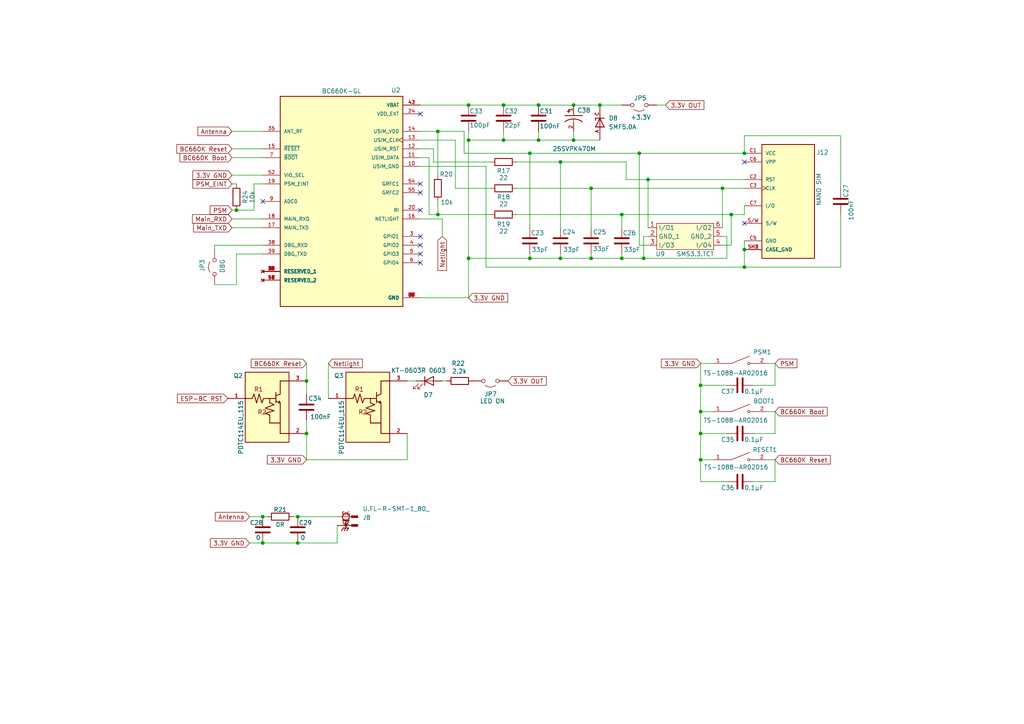
<source format=kicad_sch>
(kicad_sch (version 20250114) (generator "eeschema") (generator_version "9.0")
  (paper "A4")
  (title_block (title "Daniel Kluka Weather Station - DKWS") (date "2025-05-27") (rev "4") (company "Brno University of Technology") (comment 1 "Faculty of Eelectrical Engineering") (comment 2 "Department of Telecommunications") (comment 3 "Meteo Telcorain") (comment 4 "Bc. Daniel Kluka"))
  (lib_symbols
    (symbol "25SVPK470M:25SVPK470M" (pin_names (offset 1.016))
      (property "Reference" "C" (at -2.54 3.81 0))
      (property "Value" "25SVPK470M" (at -2.54 -5.08 0))
      (symbol "25SVPK470M_0_0"
        (rectangle (start -1.173 -1.532) (end -0.284 -1.405) (stroke (width 0.1)) (fill (type outline)))
        (rectangle (start -0.792 -1.913) (end -0.665 -1.024) (stroke (width 0.1)) (fill (type outline)))
        (polyline (pts (xy 0 0) (xy 0.508 0)) (stroke (width 0.1524)))
        (polyline (pts (xy 0.508 2.54) (xy 0.508 0)) (stroke (width 0.254)))
        (polyline (pts (xy 0.508 0) (xy 0.508 -2.54)) (stroke (width 0.254)))
        (polyline (pts (xy 2.54 0) (xy 1.524 0)) (stroke (width 0.1524)))
        (arc (start 2.286 -2.54) (mid 1.4851 0) (end 2.286 2.54) (stroke (width 0.254)))
        (pin passive line (at -2.54 0 0) (length 2.54) (name "~") (number "1"))
        (pin passive line (at 5.08 0 180) (length 2.54) (name "~") (number "2"))
      )
    )
    (symbol "BC660K-GL:BC660K-GL" (pin_names (offset 1.016))
      (property "Reference" "U" (at -17.78 31.242 0))
      (property "Value" "BC660K-GL" (at -17.78 -33.02 0))
      (symbol "BC660K-GL_0_0"
        (rectangle (start -17.78 -30.48) (end 17.78 30.48) (stroke (width 0.254)) (fill (type background)))
        (pin bidirectional line (at -22.86 20.32 0) (length 5.08) (name "ANT_RF") (number "35"))
        (pin input line (at -22.86 15.24 0) (length 5.08) (name "~{RESET}") (number "15"))
        (pin input line (at -22.86 12.7 0) (length 5.08) (name "~{BOOT}") (number "7"))
        (pin input line (at -22.86 7.62 0) (length 5.08) (name "VIO_SEL") (number "52"))
        (pin input line (at -22.86 5.08 0) (length 5.08) (name "PSM_EINT") (number "19"))
        (pin input line (at -22.86 0 0) (length 5.08) (name "ADC0") (number "9"))
        (pin input line (at -22.86 -5.08 0) (length 5.08) (name "MAIN_RXD") (number "18"))
        (pin output line (at -22.86 -7.62 0) (length 5.08) (name "MAIN_TXD") (number "17"))
        (pin input line (at -22.86 -12.7 0) (length 5.08) (name "DBG_RXD") (number "38"))
        (pin output line (at -22.86 -15.24 0) (length 5.08) (name "DBG_TXD") (number "39"))
        (pin no_connect line (at -22.86 -20.32 0) (length 5.08) (name "RESERVED_1") (number "2"))
        (pin no_connect line (at -22.86 -20.32 0) (length 5.08) (name "RESERVED_1") (number "21"))
        (pin no_connect line (at -22.86 -20.32 0) (length 5.08) (name "RESERVED_1") (number "22"))
        (pin no_connect line (at -22.86 -20.32 0) (length 5.08) (name "RESERVED_1") (number "23"))
        (pin no_connect line (at -22.86 -20.32 0) (length 5.08) (name "RESERVED_1") (number "25"))
        (pin no_connect line (at -22.86 -20.32 0) (length 5.08) (name "RESERVED_1") (number "26"))
        (pin no_connect line (at -22.86 -20.32 0) (length 5.08) (name "RESERVED_1") (number "28"))
        (pin no_connect line (at -22.86 -20.32 0) (length 5.08) (name "RESERVED_1") (number "29"))
        (pin no_connect line (at -22.86 -20.32 0) (length 5.08) (name "RESERVED_1") (number "30"))
        (pin no_connect line (at -22.86 -20.32 0) (length 5.08) (name "RESERVED_1") (number "31"))
        (pin no_connect line (at -22.86 -20.32 0) (length 5.08) (name "RESERVED_1") (number "32"))
        (pin no_connect line (at -22.86 -20.32 0) (length 5.08) (name "RESERVED_1") (number "33"))
        (pin no_connect line (at -22.86 -20.32 0) (length 5.08) (name "RESERVED_1") (number "44"))
        (pin no_connect line (at -22.86 -20.32 0) (length 5.08) (name "RESERVED_1") (number "45"))
        (pin no_connect line (at -22.86 -20.32 0) (length 5.08) (name "RESERVED_1") (number "8"))
        (pin no_connect line (at -22.86 -22.86 0) (length 5.08) (name "RESERVED_2") (number "46"))
        (pin no_connect line (at -22.86 -22.86 0) (length 5.08) (name "RESERVED_2") (number "47"))
        (pin no_connect line (at -22.86 -22.86 0) (length 5.08) (name "RESERVED_2") (number "48"))
        (pin no_connect line (at -22.86 -22.86 0) (length 5.08) (name "RESERVED_2") (number "49"))
        (pin no_connect line (at -22.86 -22.86 0) (length 5.08) (name "RESERVED_2") (number "50"))
        (pin no_connect line (at -22.86 -22.86 0) (length 5.08) (name "RESERVED_2") (number "51"))
        (pin no_connect line (at -22.86 -22.86 0) (length 5.08) (name "RESERVED_2") (number "53"))
        (pin power_in line (at 22.86 27.94 180) (length 5.08) (name "VBAT") (number "42"))
        (pin power_in line (at 22.86 27.94 180) (length 5.08) (name "VBAT") (number "43"))
        (pin power_in line (at 22.86 25.4 180) (length 5.08) (name "VDD_EXT") (number "24"))
        (pin power_in line (at 22.86 20.32 180) (length 5.08) (name "USIM_VDD") (number "14"))
        (pin output clock (at 22.86 17.78 180) (length 5.08) (name "USIM_CLK") (number "13"))
        (pin output line (at 22.86 15.24 180) (length 5.08) (name "USIM_RST") (number "12"))
        (pin bidirectional line (at 22.86 12.7 180) (length 5.08) (name "USIM_DATA") (number "11"))
        (pin power_in line (at 22.86 10.16 180) (length 5.08) (name "USIM_GND") (number "10"))
        (pin output line (at 22.86 5.08 180) (length 5.08) (name "GRFC1") (number "54"))
        (pin output line (at 22.86 2.54 180) (length 5.08) (name "GRFC2") (number "55"))
        (pin output line (at 22.86 -2.54 180) (length 5.08) (name "RI") (number "20"))
        (pin output line (at 22.86 -5.08 180) (length 5.08) (name "NETLIGHT") (number "16"))
        (pin bidirectional line (at 22.86 -10.16 180) (length 5.08) (name "GPIO1") (number "3"))
        (pin bidirectional line (at 22.86 -12.7 180) (length 5.08) (name "GPIO2") (number "4"))
        (pin bidirectional line (at 22.86 -15.24 180) (length 5.08) (name "GPIO3") (number "5"))
        (pin bidirectional line (at 22.86 -17.78 180) (length 5.08) (name "GPIO4") (number "6"))
        (pin power_in line (at 22.86 -27.94 180) (length 5.08) (name "GND") (number "1"))
        (pin power_in line (at 22.86 -27.94 180) (length 5.08) (name "GND") (number "27"))
        (pin power_in line (at 22.86 -27.94 180) (length 5.08) (name "GND") (number "34"))
        (pin power_in line (at 22.86 -27.94 180) (length 5.08) (name "GND") (number "36"))
        (pin power_in line (at 22.86 -27.94 180) (length 5.08) (name "GND") (number "37"))
        (pin power_in line (at 22.86 -27.94 180) (length 5.08) (name "GND") (number "40"))
        (pin power_in line (at 22.86 -27.94 180) (length 5.08) (name "GND") (number "41"))
        (pin power_in line (at 22.86 -27.94 180) (length 5.08) (name "GND") (number "56"))
        (pin power_in line (at 22.86 -27.94 180) (length 5.08) (name "GND") (number "57"))
        (pin power_in line (at 22.86 -27.94 180) (length 5.08) (name "GND") (number "58"))
      )
    )
    (symbol "DanielKluka:SMS3.3.TCT"
      (property "Reference" "U9" (at 5.842 2.286 0))
      (property "Value" "SMS3.3.TCT" (at 5.842 0 0))
      (symbol "SMS3.3.TCT_0_1"
        (rectangle (start -2.54 -1.27) (end 13.97 -8.89) (fill (type color) (color 255 253 203 1)))
      )
      (symbol "SMS3.3.TCT_1_1"
        (pin bidirectional line (at -5.08 -2.54 0) (length 2.54) (name "I/O1") (number "1"))
        (pin power_in line (at -5.08 -5.08 0) (length 2.54) (name "GND_1") (number "2"))
        (pin bidirectional line (at -5.08 -7.62 0) (length 2.54) (name "I/O3") (number "3"))
        (pin bidirectional line (at 16.51 -2.54 180) (length 2.54) (name "I/O2") (number "6"))
        (pin power_in line (at 16.51 -5.08 180) (length 2.54) (name "GND_2") (number "5"))
        (pin bidirectional line (at 16.51 -7.62 180) (length 2.54) (name "I/O4") (number "4"))
      )
    )
    (symbol "Device:C" (pin_numbers (hide yes)) (pin_names (offset 0.254))
      (property "Reference" "C" (at 0.635 2.54 0))
      (property "Value" "C" (at 0.635 -2.54 0))
      (symbol "C_0_1"
        (polyline (pts (xy -2.032 0.762) (xy 2.032 0.762)) (stroke (width 0.508)))
        (polyline (pts (xy -2.032 -0.762) (xy 2.032 -0.762)) (stroke (width 0.508)))
      )
      (symbol "C_1_1"
        (pin passive line (at 0 3.81 270) (length 2.794) (name "~") (number "1"))
        (pin passive line (at 0 -3.81 90) (length 2.794) (name "~") (number "2"))
      )
    )
    (symbol "Device:LED" (pin_numbers (hide yes)) (pin_names (offset 1.016) (hide yes))
      (property "Reference" "D" (at 0 2.54 0))
      (property "Value" "LED" (at 0 -2.54 0))
      (symbol "LED_0_1"
        (polyline (pts (xy -3.048 -0.762) (xy -4.572 -2.286) (xy -3.81 -2.286) (xy -4.572 -2.286) (xy -4.572 -1.524)))
        (polyline (pts (xy -1.778 -0.762) (xy -3.302 -2.286) (xy -2.54 -2.286) (xy -3.302 -2.286) (xy -3.302 -1.524)))
        (polyline (pts (xy -1.27 0) (xy 1.27 0)))
        (polyline (pts (xy -1.27 -1.27) (xy -1.27 1.27)) (stroke (width 0.254)))
        (polyline (pts (xy 1.27 -1.27) (xy 1.27 1.27) (xy -1.27 0) (xy 1.27 -1.27)) (stroke (width 0.254)))
      )
      (symbol "LED_1_1"
        (pin passive line (at -3.81 0 0) (length 2.54) (name "K") (number "1"))
        (pin passive line (at 3.81 0 180) (length 2.54) (name "A") (number "2"))
      )
    )
    (symbol "Device:R" (pin_numbers (hide yes)) (pin_names (offset 0))
      (property "Reference" "R" (at 2.032 0 90))
      (property "Value" "R" (at 0 0 90))
      (symbol "R_0_1"
        (rectangle (start -1.016 -2.54) (end 1.016 2.54) (stroke (width 0.254)))
      )
      (symbol "R_1_1"
        (pin passive line (at 0 3.81 270) (length 1.27) (name "~") (number "1"))
        (pin passive line (at 0 -3.81 90) (length 1.27) (name "~") (number "2"))
      )
    )
    (symbol "Jumper:Jumper_2_Open" (pin_numbers (hide yes)) (pin_names (offset 0) (hide yes)) (exclude_from_sim yes)
      (property "Reference" "JP" (at 0 2.794 0))
      (property "Value" "Jumper_2_Open" (at 0 -2.286 0))
      (symbol "Jumper_2_Open_0_0"
        (circle (center -2.032 0) (radius 0.508))
        (circle (center 2.032 0) (radius 0.508))
      )
      (symbol "Jumper_2_Open_0_1"
        (arc (start -1.524 1.27) (mid 0 1.778) (end 1.524 1.27))
      )
      (symbol "Jumper_2_Open_1_1"
        (pin passive line (at -5.08 0 0) (length 2.54) (name "A") (number "1"))
        (pin passive line (at 5.08 0 180) (length 2.54) (name "B") (number "2"))
      )
    )
    (symbol "NSIM-2-C:NSIM-2-C" (pin_names (offset 1.016))
      (property "Reference" "J" (at -7.62 16.002 0))
      (property "Value" "NSIM-2-C" (at -7.62 -20.066 0))
      (symbol "NSIM-2-C_0_0"
        (rectangle (start -7.62 -17.78) (end 7.62 15.24) (stroke (width 0.254)) (fill (type background)))
        (pin power_in line (at -12.7 12.7 0) (length 5.08) (name "VCC") (number "C1"))
        (pin power_in line (at -12.7 10.16 0) (length 5.08) (name "VPP") (number "C6"))
        (pin input line (at -12.7 5.08 0) (length 5.08) (name "RST") (number "C2"))
        (pin input clock (at -12.7 2.54 0) (length 5.08) (name "CLK") (number "C3"))
        (pin bidirectional line (at -12.7 -2.54 0) (length 5.08) (name "I/O") (number "C7"))
        (pin passive line (at -12.7 -7.62 0) (length 5.08) (name "S/W") (number "S/W"))
        (pin power_in line (at -12.7 -12.7 0) (length 5.08) (name "GND") (number "C5"))
        (pin power_in line (at -12.7 -15.24 0) (length 5.08) (name "CASE_GND") (number "SH1"))
        (pin power_in line (at -12.7 -15.24 0) (length 5.08) (name "CASE_GND") (number "SH2"))
        (pin power_in line (at -12.7 -15.24 0) (length 5.08) (name "CASE_GND") (number "SH3"))
      )
    )
    (symbol "PDTC114EU_115:PDTC114EU_115" (pin_names (offset 1.016))
      (property "Reference" "Q" (at -7.6255 10.6757 0))
      (property "Value" "PDTC114EU_115" (at -7.6272 -13.2204 0))
      (symbol "PDTC114EU_115_0_0"
        (rectangle (start -7.62 -10.16) (end 5.08 10.16) (stroke (width 0.254)) (fill (type background)))
        (polyline (pts (xy -5.588 2.54) (xy -7.62 2.54)) (stroke (width 0.254)))
        (polyline (pts (xy -5.588 2.54) (xy -5.08 3.81)) (stroke (width 0.254)))
        (polyline (pts (xy -5.08 3.81) (xy -4.318 1.27)) (stroke (width 0.254)))
        (polyline (pts (xy -4.318 1.27) (xy -3.556 3.81)) (stroke (width 0.254)))
        (polyline (pts (xy -3.556 3.81) (xy -2.794 1.27)) (stroke (width 0.254)))
        (polyline (pts (xy -2.794 1.27) (xy -2.286 2.54)) (stroke (width 0.254)))
        (polyline (pts (xy -2.286 2.54) (xy -0.508 2.54)) (stroke (width 0.254)))
        (polyline (pts (xy -1.778 -0.254) (xy 0.762 -1.016)) (stroke (width 0.254)))
        (polyline (pts (xy -1.778 -1.778) (xy -0.508 -2.286)) (stroke (width 0.254)))
        (polyline (pts (xy -0.508 2.54) (xy -0.508 1.27)) (stroke (width 0.254)))
        (polyline (pts (xy -0.508 2.54) (xy 1.27 2.54)) (stroke (width 0.254)))
        (polyline (pts (xy -0.508 1.27) (xy 0.762 0.762)) (stroke (width 0.254)))
        (polyline (pts (xy -0.508 -2.286) (xy -0.508 -4.572)) (stroke (width 0.254)))
        (polyline (pts (xy -0.508 -4.572) (xy 2.54 -4.572)) (stroke (width 0.254)))
        (polyline (pts (xy 0.762 0.762) (xy -1.778 -0.254)) (stroke (width 0.254)))
        (polyline (pts (xy 0.762 -1.016) (xy -1.778 -1.778)) (stroke (width 0.254)))
        (polyline (pts (xy 1.27 3.302) (xy 1.27 4.318)) (stroke (width 0.254)))
        (polyline (pts (xy 1.27 3.302) (xy 2.54 3.81)) (stroke (width 0.254)))
        (polyline (pts (xy 1.27 2.54) (xy 1.27 3.302)) (stroke (width 0.254)))
        (polyline (pts (xy 1.27 2.54) (xy 1.27 1.778)) (stroke (width 0.254)))
        (polyline (pts (xy 1.27 1.778) (xy 1.27 1.27)) (stroke (width 0.254)))
        (polyline (pts (xy 1.27 1.778) (xy 2.54 1.27)) (stroke (width 0.254)))
        (polyline (pts (xy 2.032 1.27) (xy 2.54 1.27)) (stroke (width 0.254)))
        (polyline (pts (xy 2.286 1.778) (xy 2.032 1.27)) (stroke (width 0.254)))
        (polyline (pts (xy 2.54 7.62) (xy 5.08 7.62)) (stroke (width 0.254)))
        (polyline (pts (xy 2.54 3.81) (xy 2.54 7.62)) (stroke (width 0.254)))
        (polyline (pts (xy 2.54 1.27) (xy 2.286 1.778)) (stroke (width 0.254)))
        (polyline (pts (xy 2.54 1.27) (xy 2.54 -4.572)) (stroke (width 0.254)))
        (polyline (pts (xy 2.54 -4.572) (xy 2.54 -7.62)) (stroke (width 0.254)))
        (polyline (pts (xy 2.54 -7.62) (xy 5.08 -7.62)) (stroke (width 0.254)))
        (text "R1" (at -5.0856 4.4499 0) (effects (font (size 1.2714 1.2714)) (justify left bottom)))
        (text "R2" (at -4.0643 -2.1592 0) (effects (font (size 1.2701 1.2701)) (justify left bottom)))
        (pin input line (at -12.7 2.54 0) (length 5.08) (name "~") (number "1"))
        (pin output line (at 10.16 7.62 180) (length 5.08) (name "~") (number "3"))
        (pin power_in line (at 10.16 -7.62 180) (length 5.08) (name "~") (number "2"))
      )
    )
    (symbol "SMF5A:SMF5.0A" (pin_names (offset 1.016))
      (property "Reference" "D" (at -5.0835 2.4159 0))
      (property "Value" "SMF5.0A" (at -5.0854 -4.9611 0))
      (symbol "SMF5.0A_0_0"
        (polyline (pts (xy -1.27 0) (xy -1.27 1.27)) (stroke (width 0.254)))
        (polyline (pts (xy -1.27 0) (xy 1.27 -1.27)) (stroke (width 0.254)))
        (polyline (pts (xy -1.27 -1.27) (xy -1.27 0)) (stroke (width 0.254)))
        (polyline (pts (xy -0.635 -1.27) (xy -1.27 -1.27)) (stroke (width 0.254)))
        (polyline (pts (xy 1.27 1.27) (xy -1.27 0)) (stroke (width 0.254)))
        (polyline (pts (xy 1.27 -1.27) (xy 1.27 1.27)) (stroke (width 0.254)))
        (pin passive line (at -5.08 0 0) (length 5.08) (name "~") (number "C"))
        (pin passive line (at 5.08 0 180) (length 5.08) (name "~") (number "A"))
      )
    )
    (symbol "TS-1088-AR02016:TS-1088-AR02016" (pin_names (offset 1.016))
      (property "Reference" "S" (at -2.54 2.54 0))
      (property "Value" "TS-1088-AR02016" (at -2.54 -2.54 0))
      (symbol "TS-1088-AR02016_0_0"
        (polyline (pts (xy -2.54 0) (xy -5.08 0)) (stroke (width 0.1524)))
        (polyline (pts (xy -2.54 0) (xy 2.794 2.1336)) (stroke (width 0.1524)))
        (circle (center 2.54 0) (radius 0.3302) (stroke (width 0.1524)))
        (polyline (pts (xy 5.08 0) (xy 2.921 0)) (stroke (width 0.1524)))
        (pin passive line (at -7.62 0 0) (length 2.54) (name "~") (number "1"))
        (pin passive line (at 7.62 0 180) (length 2.54) (name "~") (number "2"))
      )
    )
    (symbol "ufl_v2:U.FL-R-SMT-1_80_" (pin_names (offset 1.016))
      (property "Reference" "J" (at -3.81 1.524 0))
      (property "Value" "U.FL-R-SMT-1_80_" (at -3.81 -6.858 0))
      (symbol "U.FL-R-SMT-1_80__0_0"
        (polyline (pts (xy -1.016 -1.016) (xy 0 -1.016)) (stroke (width 0.254)))
        (polyline (pts (xy -0.762 -3.302) (xy -1.27 -4.064)) (stroke (width 0.254)))
        (circle (center 0 0) (radius 1.016) (stroke (width 0.254)))
        (polyline (pts (xy 0 -1.016) (xy 0 -3.302)) (stroke (width 0.254)))
        (polyline (pts (xy 0 -1.016) (xy 1.016 -1.016)) (stroke (width 0.254)))
        (circle (center 0 -2.54) (radius 0.254) (stroke (width 0.254)))
        (polyline (pts (xy 0 -3.302) (xy -0.762 -3.302)) (stroke (width 0.254)))
        (polyline (pts (xy 0 -3.302) (xy -0.508 -4.064)) (stroke (width 0.254)))
        (polyline (pts (xy 0 -3.302) (xy 0.762 -3.302)) (stroke (width 0.254)))
        (polyline (pts (xy 0.762 -3.302) (xy 0.254 -4.064)) (stroke (width 0.254)))
        (rectangle (start 1.5875 -0.3175) (end 3.4925 0.3175) (stroke (width 0.1)) (fill (type outline)))
        (rectangle (start 1.5875 -2.8575) (end 3.4925 -2.2225) (stroke (width 0.1)) (fill (type outline)))
        (pin passive line (at -2.54 0 0) (length 5.08) (name "~") (number "SIG"))
        (pin passive line (at -2.54 -2.54 0) (length 5.08) (name "~") (number "G1"))
        (pin passive line (at -2.54 -2.54 0) (length 5.08) (name "~") (number "G2"))
      )
    )
  )
  (junction (at 146.05 40.64))
  (junction (at 86.36 157.48))
  (junction (at 153.67 74.93))
  (junction (at 86.36 149.86))
  (junction (at 127 38.1))
  (junction (at 135.89 74.93))
  (junction (at 68.58 60.96))
  (junction (at 135.89 30.48))
  (junction (at 153.67 44.45))
  (junction (at 215.9 72.39))
  (junction (at 203.2 119.38))
  (junction (at 215.9 44.45))
  (junction (at 166.37 40.64))
  (junction (at 135.89 40.64))
  (junction (at 180.34 62.23))
  (junction (at 215.9 77.47))
  (junction (at 173.99 30.48))
  (junction (at 76.2 157.48))
  (junction (at 203.2 125.73))
  (junction (at 127 62.23))
  (junction (at 171.45 74.93))
  (junction (at 203.2 111.76))
  (junction (at 212.09 62.23))
  (junction (at 186.69 74.93))
  (junction (at 171.45 54.61))
  (junction (at 88.9 110.49))
  (junction (at 88.9 125.73))
  (junction (at 162.56 46.99))
  (junction (at 146.05 30.48))
  (junction (at 187.96 52.07))
  (junction (at 185.42 44.45))
  (junction (at 203.2 133.35))
  (junction (at 156.21 30.48))
  (junction (at 76.2 149.86))
  (junction (at 162.56 74.93))
  (junction (at 166.37 30.48))
  (junction (at 156.21 40.64))
  (junction (at 209.55 54.61))
  (junction (at 180.34 74.93))
  (no_connect (at 121.92 73.66))
  (no_connect (at 121.92 33.02))
  (no_connect (at 121.92 71.12))
  (no_connect (at 76.2 58.42))
  (no_connect (at 215.9 64.77))
  (no_connect (at 215.9 46.99))
  (no_connect (at 121.92 60.96))
  (no_connect (at 121.92 68.58))
  (no_connect (at 121.92 76.2))
  (no_connect (at 121.92 55.88))
  (no_connect (at 121.92 53.34))
  (wire (pts (xy 162.56 74.93) (xy 171.45 74.93)))
  (wire (pts (xy 124.46 45.72) (xy 124.46 62.23)))
  (wire (pts (xy 210.82 111.76) (xy 203.2 111.76)))
  (wire (pts (xy 215.9 77.47) (xy 215.9 72.39)))
  (wire (pts (xy 215.9 69.85) (xy 215.9 72.39)))
  (wire (pts (xy 88.9 121.92) (xy 88.9 125.73)))
  (wire (pts (xy 127 38.1) (xy 134.62 38.1)))
  (wire (pts (xy 85.09 149.86) (xy 86.36 149.86)))
  (wire (pts (xy 190.5 30.48) (xy 193.04 30.48)))
  (wire (pts (xy 128.27 110.49) (xy 129.54 110.49)))
  (wire (pts (xy 156.21 30.48) (xy 166.37 30.48)))
  (wire (pts (xy 88.9 110.49) (xy 88.9 114.3)))
  (wire (pts (xy 224.79 111.76) (xy 218.44 111.76)))
  (wire (pts (xy 125.73 46.99) (xy 142.24 46.99)))
  (wire (pts (xy 171.45 74.93) (xy 180.34 74.93)))
  (wire (pts (xy 86.36 149.86) (xy 97.79 149.86)))
  (wire (pts (xy 73.66 53.34) (xy 76.2 53.34)))
  (wire (pts (xy 212.09 62.23) (xy 212.09 71.12)))
  (wire (pts (xy 166.37 40.64) (xy 166.37 38.1)))
  (wire (pts (xy 135.89 40.64) (xy 135.89 74.93)))
  (wire (pts (xy 207.01 105.41) (xy 203.2 105.41)))
  (wire (pts (xy 224.79 105.41) (xy 222.25 105.41)))
  (wire (pts (xy 187.96 71.12) (xy 185.42 71.12)))
  (wire (pts (xy 153.67 74.93) (xy 153.67 73.66)))
  (wire (pts (xy 185.42 71.12) (xy 185.42 44.45)))
  (wire (pts (xy 156.21 40.64) (xy 156.21 38.1)))
  (wire (pts (xy 135.89 30.48) (xy 146.05 30.48)))
  (wire (pts (xy 68.58 60.96) (xy 73.66 60.96)))
  (wire (pts (xy 210.82 68.58) (xy 209.55 68.58)))
  (wire (pts (xy 186.69 68.58) (xy 187.96 68.58)))
  (wire (pts (xy 153.67 44.45) (xy 153.67 66.04)))
  (wire (pts (xy 76.2 43.18) (xy 67.31 43.18)))
  (wire (pts (xy 149.86 46.99) (xy 162.56 46.99)))
  (wire (pts (xy 243.84 39.37) (xy 243.84 54.61)))
  (wire (pts (xy 187.96 52.07) (xy 187.96 66.04)))
  (wire (pts (xy 121.92 30.48) (xy 135.89 30.48)))
  (wire (pts (xy 135.89 40.64) (xy 146.05 40.64)))
  (wire (pts (xy 134.62 44.45) (xy 153.67 44.45)))
  (wire (pts (xy 72.39 149.86) (xy 76.2 149.86)))
  (wire (pts (xy 88.9 105.41) (xy 88.9 110.49)))
  (wire (pts (xy 224.79 119.38) (xy 222.25 119.38)))
  (wire (pts (xy 125.73 43.18) (xy 125.73 46.99)))
  (wire (pts (xy 185.42 44.45) (xy 215.9 44.45)))
  (wire (pts (xy 203.2 119.38) (xy 203.2 125.73)))
  (wire (pts (xy 171.45 54.61) (xy 171.45 66.04)))
  (wire (pts (xy 181.61 52.07) (xy 187.96 52.07)))
  (wire (pts (xy 156.21 40.64) (xy 166.37 40.64)))
  (wire (pts (xy 127 58.42) (xy 127 62.23)))
  (wire (pts (xy 186.69 74.93) (xy 210.82 74.93)))
  (wire (pts (xy 135.89 74.93) (xy 153.67 74.93)))
  (wire (pts (xy 135.89 74.93) (xy 135.89 86.36)))
  (wire (pts (xy 203.2 125.73) (xy 203.2 133.35)))
  (wire (pts (xy 224.79 119.38) (xy 224.79 125.73)))
  (wire (pts (xy 76.2 149.86) (xy 77.47 149.86)))
  (wire (pts (xy 187.96 52.07) (xy 215.9 52.07)))
  (wire (pts (xy 67.31 60.96) (xy 68.58 60.96)))
  (wire (pts (xy 121.92 86.36) (xy 135.89 86.36)))
  (wire (pts (xy 134.62 38.1) (xy 134.62 44.45)))
  (wire (pts (xy 68.58 53.34) (xy 67.31 53.34)))
  (wire (pts (xy 132.08 40.64) (xy 132.08 54.61)))
  (wire (pts (xy 62.23 82.55) (xy 68.58 82.55)))
  (wire (pts (xy 209.55 71.12) (xy 212.09 71.12)))
  (wire (pts (xy 153.67 74.93) (xy 162.56 74.93)))
  (wire (pts (xy 153.67 44.45) (xy 185.42 44.45)))
  (wire (pts (xy 224.79 139.7) (xy 218.44 139.7)))
  (wire (pts (xy 72.39 157.48) (xy 76.2 157.48)))
  (wire (pts (xy 149.86 62.23) (xy 180.34 62.23)))
  (wire (pts (xy 73.66 60.96) (xy 73.66 53.34)))
  (wire (pts (xy 162.56 74.93) (xy 162.56 73.66)))
  (wire (pts (xy 215.9 44.45) (xy 215.9 39.37)))
  (wire (pts (xy 243.84 77.47) (xy 243.84 62.23)))
  (wire (pts (xy 76.2 71.12) (xy 62.23 71.12)))
  (wire (pts (xy 180.34 74.93) (xy 180.34 73.66)))
  (wire (pts (xy 68.58 82.55) (xy 68.58 73.66)))
  (wire (pts (xy 203.2 133.35) (xy 203.2 139.7)))
  (wire (pts (xy 162.56 46.99) (xy 162.56 66.04)))
  (wire (pts (xy 166.37 40.64) (xy 173.99 40.64)))
  (wire (pts (xy 124.46 45.72) (xy 121.92 45.72)))
  (wire (pts (xy 180.34 62.23) (xy 212.09 62.23)))
  (wire (pts (xy 67.31 63.5) (xy 76.2 63.5)))
  (wire (pts (xy 121.92 40.64) (xy 132.08 40.64)))
  (wire (pts (xy 62.23 71.12) (xy 62.23 72.39)))
  (wire (pts (xy 166.37 30.48) (xy 173.99 30.48)))
  (wire (pts (xy 118.11 125.73) (xy 118.11 133.35)))
  (wire (pts (xy 207.01 133.35) (xy 203.2 133.35)))
  (wire (pts (xy 210.82 125.73) (xy 203.2 125.73)))
  (wire (pts (xy 203.2 139.7) (xy 210.82 139.7)))
  (wire (pts (xy 180.34 62.23) (xy 180.34 66.04)))
  (wire (pts (xy 209.55 54.61) (xy 215.9 54.61)))
  (wire (pts (xy 171.45 54.61) (xy 209.55 54.61)))
  (wire (pts (xy 135.89 40.64) (xy 135.89 38.1)))
  (wire (pts (xy 203.2 119.38) (xy 207.01 119.38)))
  (wire (pts (xy 67.31 66.04) (xy 76.2 66.04)))
  (wire (pts (xy 124.46 62.23) (xy 127 62.23)))
  (wire (pts (xy 95.25 105.41) (xy 95.25 115.57)))
  (wire (pts (xy 162.56 46.99) (xy 181.61 46.99)))
  (wire (pts (xy 121.92 43.18) (xy 125.73 43.18)))
  (wire (pts (xy 118.11 110.49) (xy 120.65 110.49)))
  (wire (pts (xy 203.2 111.76) (xy 203.2 119.38)))
  (wire (pts (xy 76.2 157.48) (xy 86.36 157.48)))
  (wire (pts (xy 186.69 74.93) (xy 186.69 68.58)))
  (wire (pts (xy 88.9 125.73) (xy 88.9 133.35)))
  (wire (pts (xy 173.99 30.48) (xy 180.34 30.48)))
  (wire (pts (xy 76.2 38.1) (xy 67.31 38.1)))
  (wire (pts (xy 215.9 39.37) (xy 243.84 39.37)))
  (wire (pts (xy 146.05 40.64) (xy 146.05 38.1)))
  (wire (pts (xy 222.25 133.35) (xy 224.79 133.35)))
  (wire (pts (xy 127 38.1) (xy 127 50.8)))
  (wire (pts (xy 149.86 54.61) (xy 171.45 54.61)))
  (wire (pts (xy 181.61 46.99) (xy 181.61 52.07)))
  (wire (pts (xy 224.79 105.41) (xy 224.79 111.76)))
  (wire (pts (xy 215.9 62.23) (xy 215.9 59.69)))
  (wire (pts (xy 132.08 54.61) (xy 142.24 54.61)))
  (wire (pts (xy 97.79 152.4) (xy 97.79 157.48)))
  (wire (pts (xy 212.09 62.23) (xy 215.9 62.23)))
  (wire (pts (xy 128.27 63.5) (xy 128.27 68.58)))
  (wire (pts (xy 121.92 48.26) (xy 140.97 48.26)))
  (wire (pts (xy 146.05 40.64) (xy 156.21 40.64)))
  (wire (pts (xy 171.45 74.93) (xy 171.45 73.66)))
  (wire (pts (xy 203.2 105.41) (xy 203.2 111.76)))
  (wire (pts (xy 88.9 133.35) (xy 118.11 133.35)))
  (wire (pts (xy 140.97 77.47) (xy 215.9 77.47)))
  (wire (pts (xy 146.05 30.48) (xy 156.21 30.48)))
  (wire (pts (xy 128.27 63.5) (xy 121.92 63.5)))
  (wire (pts (xy 68.58 73.66) (xy 76.2 73.66)))
  (wire (pts (xy 127 62.23) (xy 142.24 62.23)))
  (wire (pts (xy 215.9 77.47) (xy 243.84 77.47)))
  (wire (pts (xy 86.36 157.48) (xy 97.79 157.48)))
  (wire (pts (xy 180.34 74.93) (xy 186.69 74.93)))
  (wire (pts (xy 209.55 66.04) (xy 209.55 54.61)))
  (wire (pts (xy 121.92 38.1) (xy 127 38.1)))
  (wire (pts (xy 210.82 74.93) (xy 210.82 68.58)))
  (wire (pts (xy 224.79 125.73) (xy 218.44 125.73)))
  (wire (pts (xy 67.31 50.8) (xy 76.2 50.8)))
  (wire (pts (xy 140.97 48.26) (xy 140.97 77.47)))
  (wire (pts (xy 67.31 45.72) (xy 76.2 45.72)))
  (wire (pts (xy 224.79 133.35) (xy 224.79 139.7)))
  (global_label "Main_RXD" (shape input) (at 67.31 63.5 180) (property "Intersheetrefs" "${INTERSHEET_REFS}" (effects (hide yes))))
  (global_label "3.3V OUT" (shape input) (at 147.32 110.49 0) (property "Intersheetrefs" "${INTERSHEET_REFS}" (effects (hide yes))))
  (global_label "BC660K Boot" (shape input) (at 67.31 45.72 180) (property "Intersheetrefs" "${INTERSHEET_REFS}" (effects (hide yes))))
  (global_label "Main_TXD" (shape input) (at 67.31 66.04 180) (property "Intersheetrefs" "${INTERSHEET_REFS}" (effects (hide yes))))
  (global_label "3.3V GND" (shape input) (at 67.31 50.8 180) (property "Intersheetrefs" "${INTERSHEET_REFS}" (effects (hide yes))))
  (global_label "BC660K Reset" (shape input) (at 88.9 105.41 180) (property "Intersheetrefs" "${INTERSHEET_REFS}" (effects (hide yes))))
  (global_label "Antenna" (shape input) (at 67.31 38.1 180) (property "Intersheetrefs" "${INTERSHEET_REFS}" (effects (hide yes))))
  (global_label "Antenna" (shape input) (at 72.39 149.86 180) (property "Intersheetrefs" "${INTERSHEET_REFS}" (effects (hide yes))))
  (global_label "3.3V GND" (shape input) (at 135.89 86.36 0) (property "Intersheetrefs" "${INTERSHEET_REFS}" (effects (hide yes))))
  (global_label "Netlight" (shape input) (at 95.25 105.41 0) (property "Intersheetrefs" "${INTERSHEET_REFS}" (effects (hide yes))))
  (global_label "PSM_EINT" (shape input) (at 67.31 53.34 180) (property "Intersheetrefs" "${INTERSHEET_REFS}" (effects (hide yes))))
  (global_label "BC660K Boot" (shape input) (at 224.79 119.38 0) (property "Intersheetrefs" "${INTERSHEET_REFS}" (effects (hide yes))))
  (global_label "3.3V GND" (shape input) (at 72.39 157.48 180) (property "Intersheetrefs" "${INTERSHEET_REFS}" (effects (hide yes))))
  (global_label "3.3V GND" (shape input) (at 203.2 105.41 180) (property "Intersheetrefs" "${INTERSHEET_REFS}" (effects (hide yes))))
  (global_label "Netlight" (shape input) (at 128.27 68.58 270) (property "Intersheetrefs" "${INTERSHEET_REFS}" (effects (hide yes))))
  (global_label "3.3V GND" (shape input) (at 88.9 133.35 180) (property "Intersheetrefs" "${INTERSHEET_REFS}" (effects (hide yes))))
  (global_label "ESP-BC RST" (shape input) (at 66.04 115.57 180) (property "Intersheetrefs" "${INTERSHEET_REFS}" (effects (hide yes))))
  (global_label "BC660K Reset" (shape input) (at 224.79 133.35 0) (property "Intersheetrefs" "${INTERSHEET_REFS}" (effects (hide yes))))
  (global_label "PSM" (shape input) (at 67.31 60.96 180) (property "Intersheetrefs" "${INTERSHEET_REFS}" (effects (hide yes))))
  (global_label "PSM" (shape input) (at 224.79 105.41 0) (property "Intersheetrefs" "${INTERSHEET_REFS}" (effects (hide yes))))
  (global_label "3.3V OUT" (shape input) (at 193.04 30.48 0) (property "Intersheetrefs" "${INTERSHEET_REFS}" (effects (hide yes))))
  (global_label "BC660K Reset" (shape input) (at 67.31 43.18 180) (property "Intersheetrefs" "${INTERSHEET_REFS}" (effects (hide yes))))
  (symbol (lib_id "PDTC114EU_115:PDTC114EU_115") (at 107.95 118.11 0) (unit 1)
    (property "Reference" "Q3" (at 98.298 108.966 0))
    (property "Value" "PDTC114EU_115" (at 99.06 123.952 90))
    (property "Footprint" "PDTC114EU_115_for_BC660K_GL:SOT65P210X110-3N" (effects (hide yes)))
    (property "MF" "Nexperia USA Inc." (effects (hide yes)))
    (property "Description_1" "Pre-Biased Bipolar Transistor (BJT) NPN - Pre-Biased 50 V 100 mA 200 mW Surface Mount SOT-323" (effects (hide yes)))
    (property "Package" "SOT-323 Nexperia USA Inc." (effects (hide yes)))
    (property "Price" "None" (effects (hide yes)))
    (property "Check_prices" "https://www.snapeda.com/parts/PDTC114EU,115/Nexperia/view-part/?ref=eda" (effects (hide yes)))
    (property "STANDARD" "IPC-7351B" (effects (hide yes)))
    (property "PARTREV" "12" (effects (hide yes)))
    (property "SnapEDA_Link" "https://www.snapeda.com/parts/PDTC114EU,115/Nexperia/view-part/?ref=snap" (effects (hide yes)))
    (property "MP" "PDTC114EU,115" (effects (hide yes)))
    (property "Availability" "In Stock" (effects (hide yes)))
    (property "MANUFACTURER" "NEXPERIA" (effects (hide yes)))
    (property "LCSC" "C135830" (effects (hide yes)))
  )
  (symbol (lib_id "Device:C") (at 214.63 125.73 270) (unit 1)
    (property "Reference" "C35" (at 211.074 127.508 90))
    (property "Value" "0.1μF" (at 218.694 127.508 90))
    (property "Footprint" "Capacitor_SMD:C_0603_1608Metric" (effects (hide yes)))
    (property "Description" "Unpolarized capacitor" (effects (hide yes)))
    (property "LCSC" "C14663" (effects (hide yes)))
  )
  (symbol (lib_id "Device:C") (at 214.63 111.76 270) (unit 1)
    (property "Reference" "C37" (at 211.074 113.538 90))
    (property "Value" "0.1μF" (at 218.694 113.538 90))
    (property "Footprint" "Capacitor_SMD:C_0603_1608Metric" (effects (hide yes)))
    (property "Description" "Unpolarized capacitor" (effects (hide yes)))
    (property "LCSC" "C14663" (effects (hide yes)))
  )
  (symbol (lib_id "Device:R") (at 133.35 110.49 90) (unit 1)
    (property "Reference" "R22" (at 134.874 105.41 90) (effects (justify left)))
    (property "Value" "2.2k" (at 135.382 107.696 90) (effects (justify left)))
    (property "Footprint" "Resistor_SMD:R_0603_1608Metric" (effects (hide yes)))
    (property "Description" "Resistor" (effects (hide yes)))
    (property "LCSC" "C4190" (effects (hide yes)))
  )
  (symbol (lib_id "Device:R") (at 146.05 54.61 90) (unit 1)
    (property "Reference" "R18" (at 146.05 57.15 90))
    (property "Value" "22" (at 146.05 59.182 90))
    (property "Footprint" "Resistor_SMD:R_0603_1608Metric" (effects (hide yes)))
    (property "Description" "Resistor" (effects (hide yes)))
    (property "LCSC" "C23345" (effects (hide yes)))
  )
  (symbol (lib_id "TS-1088-AR02016:TS-1088-AR02016") (at 214.63 105.41 0) (unit 1)
    (property "Reference" "PSM1" (at 223.774 102.108 0) (effects (justify right)))
    (property "Value" "TS-1088-AR02016" (at 222.758 108.204 0) (effects (justify right)))
    (property "Footprint" "TS-1088-AR02016:SW_TS-1088-AR02016" (effects (hide yes)))
    (property "MF" "Xunpu" (effects (hide yes)))
    (property "MAXIMUM_PACKAGE_HEIGHT" "2.0 mm" (effects (hide yes)))
    (property "Package" "Package" (effects (hide yes)))
    (property "Price" "None" (effects (hide yes)))
    (property "Check_prices" "https://www.snapeda.com/parts/TS-1088-AR02016/Xunpu/view-part/?ref=eda" (effects (hide yes)))
    (property "STANDARD" "Manufacturer Recommendations" (effects (hide yes)))
    (property "PARTREV" "N/A" (effects (hide yes)))
    (property "SnapEDA_Link" "https://www.snapeda.com/parts/TS-1088-AR02016/Xunpu/view-part/?ref=snap" (effects (hide yes)))
    (property "MP" "TS-1088-AR02016" (effects (hide yes)))
    (property "Description_1" "50mA 4mm 100MΩ 100,000 Times 12V 160gf 3mm 2mm Round Button Vertical welding SPST SMD Tactile Switches ROHS" (effects (hide yes)))
    (property "Availability" "Not in stock" (effects (hide yes)))
    (property "MANUFACTURER" "Xunpu" (effects (hide yes)))
    (property "LCSC" "C720477" (effects (hide yes)))
  )
  (symbol (lib_id "Device:C") (at 171.45 69.85 180) (unit 1)
    (property "Reference" "C25" (at 171.958 67.31 0) (effects (justify right)))
    (property "Value" "33pF" (at 171.958 72.136 0) (effects (justify right)))
    (property "Footprint" "Capacitor_SMD:C_0603_1608Metric" (effects (hide yes)))
    (property "Description" "Unpolarized capacitor" (effects (hide yes)))
    (property "LCSC" "C1663" (effects (hide yes)))
  )
  (symbol (lib_id "PDTC114EU_115:PDTC114EU_115") (at 78.74 118.11 0) (unit 1)
    (property "Reference" "Q2" (at 69.088 108.966 0))
    (property "Value" "PDTC114EU_115" (at 69.85 123.952 90))
    (property "Footprint" "PDTC114EU_115_for_BC660K_GL:SOT65P210X110-3N" (effects (hide yes)))
    (property "MF" "Nexperia USA Inc." (effects (hide yes)))
    (property "Description_1" "Pre-Biased Bipolar Transistor (BJT) NPN - Pre-Biased 50 V 100 mA 200 mW Surface Mount SOT-323" (effects (hide yes)))
    (property "Package" "SOT-323 Nexperia USA Inc." (effects (hide yes)))
    (property "Price" "None" (effects (hide yes)))
    (property "Check_prices" "https://www.snapeda.com/parts/PDTC114EU,115/Nexperia/view-part/?ref=eda" (effects (hide yes)))
    (property "STANDARD" "IPC-7351B" (effects (hide yes)))
    (property "PARTREV" "12" (effects (hide yes)))
    (property "SnapEDA_Link" "https://www.snapeda.com/parts/PDTC114EU,115/Nexperia/view-part/?ref=snap" (effects (hide yes)))
    (property "MP" "PDTC114EU,115" (effects (hide yes)))
    (property "Availability" "In Stock" (effects (hide yes)))
    (property "MANUFACTURER" "NEXPERIA" (effects (hide yes)))
    (property "LCSC" "C135830" (effects (hide yes)))
  )
  (symbol (lib_id "SMF5A:SMF5.0A") (at 173.99 35.56 270) (unit 1)
    (property "Reference" "D8" (at 176.53 34.2899 90) (effects (justify left)))
    (property "Value" "SMF5.0A" (at 176.53 36.8299 90) (effects (justify left)))
    (property "Footprint" "SMF5A:SODFL3718X102N" (effects (hide yes)))
    (property "MF" "Taiwan Semiconductor" (effects (hide yes)))
    (property "MAXIMUM_PACKAGE_HEIGHT" "1.02 mm" (effects (hide yes)))
    (property "Package" "SOD-123W-2 Taiwan Semiconductor" (effects (hide yes)))
    (property "Price" "None" (effects (hide yes)))
    (property "Check_prices" "https://www.snapeda.com/parts/SMF5.0A/taiwan/view-part/?ref=eda" (effects (hide yes)))
    (property "STANDARD" "IPC-7351B" (effects (hide yes)))
    (property "PARTREV" "D2103" (effects (hide yes)))
    (property "SnapEDA_Link" "https://www.snapeda.com/parts/SMF5.0A/taiwan/view-part/?ref=snap" (effects (hide yes)))
    (property "MP" "SMF5.0A" (effects (hide yes)))
    (property "Description_1" "200W, 6.7V, 5%, Unidirectional, TVS" (effects (hide yes)))
    (property "Availability" "In Stock" (effects (hide yes)))
    (property "MANUFACTURER" "Taiwan Semiconductor" (effects (hide yes)))
    (property "LCSC" "C707993" (effects (hide yes)))
  )
  (symbol (lib_id "Device:R") (at 146.05 46.99 90) (unit 1)
    (property "Reference" "R17" (at 146.05 49.53 90))
    (property "Value" "22" (at 146.05 51.562 90))
    (property "Footprint" "Resistor_SMD:R_0603_1608Metric" (effects (hide yes)))
    (property "Description" "Resistor" (effects (hide yes)))
    (property "LCSC" "C23345" (effects (hide yes)))
  )
  (symbol (lib_id "Device:LED") (at 124.46 110.49 0) (unit 1)
    (property "Reference" "D7" (at 124.206 114.554 0))
    (property "Value" "KT-0603R 0603" (at 121.412 107.442 0))
    (property "Footprint" "LED_SMD:LED_0603_1608Metric" (effects (hide yes)))
    (property "Description" "Light emitting diode" (effects (hide yes)))
    (property "Sim.Pins" "1=K 2=A" (effects (hide yes)))
    (property "LCSC" "C2286" (effects (hide yes)))
  )
  (symbol (lib_id "Device:R") (at 127 54.61 0) (unit 1)
    (property "Reference" "R20" (at 127.508 50.546 0) (effects (justify left)))
    (property "Value" "10k" (at 127.762 58.674 0) (effects (justify left)))
    (property "Footprint" "Resistor_SMD:R_0603_1608Metric" (effects (hide yes)))
    (property "Description" "Resistor" (effects (hide yes)))
    (property "LCSC" "C25804" (effects (hide yes)))
  )
  (symbol (lib_id "Device:C") (at 243.84 58.42 0) (unit 1)
    (property "Reference" "C27" (at 245.364 55.372 90))
    (property "Value" "100nF" (at 246.888 60.96 90))
    (property "Footprint" "Capacitor_SMD:C_0603_1608Metric" (effects (hide yes)))
    (property "Description" "Unpolarized capacitor" (effects (hide yes)))
    (property "LCSC" "C14663" (effects (hide yes)))
  )
  (symbol (lib_id "Jumper:Jumper_2_Open") (at 185.42 30.48 180) (unit 1) (exclude_from_sim yes)
    (property "Reference" "JP5" (at 183.896 28.448 0) (effects (justify right)))
    (property "Value" "+3.3V" (at 182.88 34.036 0) (effects (justify right)))
    (property "Footprint" "Connector_PinHeader_2.54mm:PinHeader_1x02_P2.54mm_Vertical" (effects (hide yes)))
    (property "Description" "Jumper, 2-pole, open" (effects (hide yes)))
    (property "LCSC" "C225477" (effects (hide yes)))
  )
  (symbol (lib_id "Device:C") (at 86.36 153.67 0) (unit 1)
    (property "Reference" "C29" (at 86.614 151.638 0) (effects (justify left)))
    (property "Value" "0" (at 87.122 155.956 0) (effects (justify left)))
    (property "Footprint" "Capacitor_SMD:C_0402_1005Metric" (effects (hide yes)))
    (property "Description" "Unpolarized capacitor" (effects (hide yes)))
  )
  (symbol (lib_id "Device:C") (at 135.89 34.29 0) (unit 1)
    (property "Reference" "C33" (at 136.144 32.258 0) (effects (justify left)))
    (property "Value" "100pF" (at 136.144 36.322 0) (effects (justify left)))
    (property "Footprint" "Capacitor_SMD:C_0603_1608Metric" (effects (hide yes)))
    (property "Description" "Unpolarized capacitor" (effects (hide yes)))
    (property "LCSC" "C14858" (effects (hide yes)))
  )
  (symbol (lib_id "Device:C") (at 153.67 69.85 180) (unit 1)
    (property "Reference" "C23" (at 153.924 67.564 0) (effects (justify right)))
    (property "Value" "33pF" (at 154.178 72.39 0) (effects (justify right)))
    (property "Footprint" "Capacitor_SMD:C_0603_1608Metric" (effects (hide yes)))
    (property "Description" "Unpolarized capacitor" (effects (hide yes)))
    (property "LCSC" "C1663" (effects (hide yes)))
  )
  (symbol (lib_id "NSIM-2-C:NSIM-2-C") (at 228.6 57.15 0) (unit 1)
    (property "Reference" "J12" (at 236.728 44.196 0) (effects (justify left)))
    (property "Value" "NANO SIM" (at 237.49 59.6899 90) (effects (justify left)))
    (property "Footprint" "Connector_Card:nanoSIM_Hinged_CUI_NSIM-2-C" (effects (hide yes)))
    (property "MF" "Same Sky" (effects (hide yes)))
    (property "MAXIMUM_PACKAGE_HEIGHT" "1.6mm" (effects (hide yes)))
    (property "Package" "None" (effects (hide yes)))
    (property "Price" "None" (effects (hide yes)))
    (property "Check_prices" "https://www.snapeda.com/parts/NSIM-2-C/Same+Sky/view-part/?ref=eda" (effects (hide yes)))
    (property "STANDARD" "Manufacturer Recommendations" (effects (hide yes)))
    (property "PARTREV" "1.0" (effects (hide yes)))
    (property "SnapEDA_Link" "https://www.snapeda.com/parts/NSIM-2-C/Same+Sky/view-part/?ref=snap" (effects (hide yes)))
    (property "MP" "NSIM-2-C" (effects (hide yes)))
    (property "Description_1" "Nano SIM Card Connectors, 6 Positions, Connector, Hinged, Surface Mount, 1.4 mm Height Above Board, Gold Flash" (effects (hide yes)))
    (property "Availability" "In Stock" (effects (hide yes)))
    (property "MANUFACTURER" "CUI Devices" (effects (hide yes)))
    (property "LCSC" "C77877" (effects (hide yes)))
  )
  (symbol (lib_id "Device:C") (at 180.34 69.85 0) (unit 1)
    (property "Reference" "C26" (at 180.594 67.564 0) (effects (justify left)))
    (property "Value" "33pF" (at 180.848 72.39 0) (effects (justify left)))
    (property "Footprint" "Capacitor_SMD:C_0603_1608Metric" (effects (hide yes)))
    (property "Description" "Unpolarized capacitor" (effects (hide yes)))
    (property "LCSC" "C1663" (effects (hide yes)))
  )
  (symbol (lib_id "25SVPK470M:25SVPK470M") (at 166.37 33.02 270) (unit 1)
    (property "Reference" "C38" (at 167.386 32.004 90) (effects (justify left)))
    (property "Value" "25SVPK470M" (at 160.274 43.18 90) (effects (justify left)))
    (property "Footprint" "25SVPK470M:CAP_25SVPK470M" (effects (hide yes)))
    (property "MF" "Panasonic" (effects (hide yes)))
    (property "MAXIMUM_PACKAGE_HEIGHT" "12.6 mm" (effects (hide yes)))
    (property "Package" "RADIAL-2 Panasonic" (effects (hide yes)))
    (property "Price" "None" (effects (hide yes)))
    (property "Check_prices" "https://www.snapeda.com/parts/25SVPK470M/Panasonic/view-part/?ref=eda" (effects (hide yes)))
    (property "STANDARD" "Manufacturer Recommendations" (effects (hide yes)))
    (property "PARTREV" "28-Jun-19" (effects (hide yes)))
    (property "SnapEDA_Link" "https://www.snapeda.com/parts/25SVPK470M/Panasonic/view-part/?ref=snap" (effects (hide yes)))
    (property "MP" "25SVPK470M" (effects (hide yes)))
    (property "Description_1" "Cap Aluminum Polymer 470uF 25VDC 20% (10 X 12.6mm) SMD 0.014 Ohm 1590mA 1000h 125C T/R" (effects (hide yes)))
    (property "Availability" "In Stock" (effects (hide yes)))
    (property "MANUFACTURER" "Panasonic" (effects (hide yes)))
    (property "LCSC" "C454276" (effects (hide yes)))
  )
  (symbol (lib_id "Device:C") (at 146.05 34.29 0) (unit 1)
    (property "Reference" "C32" (at 146.304 32.258 0) (effects (justify left)))
    (property "Value" "22pF" (at 146.304 36.322 0) (effects (justify left)))
    (property "Footprint" "Capacitor_SMD:C_0603_1608Metric" (effects (hide yes)))
    (property "Description" "Unpolarized capacitor" (effects (hide yes)))
    (property "LCSC" "C1653" (effects (hide yes)))
  )
  (symbol (lib_id "Device:C") (at 76.2 153.67 0) (unit 1)
    (property "Reference" "C28" (at 72.39 151.638 0) (effects (justify left)))
    (property "Value" "0" (at 74.168 155.956 0) (effects (justify left)))
    (property "Footprint" "Capacitor_SMD:C_0402_1005Metric" (effects (hide yes)))
    (property "Description" "Unpolarized capacitor" (effects (hide yes)))
  )
  (symbol (lib_id "Device:C") (at 162.56 69.85 0) (unit 1)
    (property "Reference" "C24" (at 163.068 67.31 0) (effects (justify left)))
    (property "Value" "33pF" (at 163.322 72.39 0) (effects (justify left)))
    (property "Footprint" "Capacitor_SMD:C_0603_1608Metric" (effects (hide yes)))
    (property "Description" "Unpolarized capacitor" (effects (hide yes)))
    (property "LCSC" "C1663" (effects (hide yes)))
  )
  (symbol (lib_id "Device:C") (at 214.63 139.7 270) (unit 1)
    (property "Reference" "C36" (at 211.074 141.478 90))
    (property "Value" "0.1μF" (at 218.694 141.478 90))
    (property "Footprint" "Capacitor_SMD:C_0603_1608Metric" (effects (hide yes)))
    (property "Description" "Unpolarized capacitor" (effects (hide yes)))
    (property "LCSC" "C14663" (effects (hide yes)))
  )
  (symbol (lib_id "DanielKluka:SMS3.3.TCT") (at 193.04 63.5 0) (unit 1)
    (property "Reference" "U9" (at 191.516 73.66 0))
    (property "Value" "SMS3.3.TCT" (at 201.676 73.66 0))
    (property "Footprint" "Package_TO_SOT_SMD:SOT-23-6" (effects (hide yes)))
    (property "LCSC" "C780132" (effects (hide yes)))
  )
  (symbol (lib_id "Device:C") (at 156.21 34.29 0) (unit 1)
    (property "Reference" "C31" (at 156.464 32.258 0) (effects (justify left)))
    (property "Value" "100nF" (at 156.464 36.576 0) (effects (justify left)))
    (property "Footprint" "Capacitor_SMD:C_0603_1608Metric" (effects (hide yes)))
    (property "Description" "Unpolarized capacitor" (effects (hide yes)))
    (property "LCSC" "C14663" (effects (hide yes)))
  )
  (symbol (lib_id "Device:C") (at 88.9 118.11 0) (unit 1)
    (property "Reference" "C34" (at 89.408 115.57 0) (effects (justify left)))
    (property "Value" "100nF" (at 89.916 120.904 0) (effects (justify left)))
    (property "Footprint" "Capacitor_SMD:C_0603_1608Metric" (effects (hide yes)))
    (property "Description" "Unpolarized capacitor" (effects (hide yes)))
    (property "LCSC" "C14663" (effects (hide yes)))
  )
  (symbol (lib_id "Jumper:Jumper_2_Open") (at 142.24 110.49 180) (unit 1) (exclude_from_sim yes)
    (property "Reference" "JP7" (at 140.462 114.3 0) (effects (justify right)))
    (property "Value" "LED ON" (at 139.192 116.332 0) (effects (justify right)))
    (property "Footprint" "Connector_PinHeader_2.00mm:PinHeader_1x02_P2.00mm_Vertical" (effects (hide yes)))
    (property "Description" "Jumper, 2-pole, open" (effects (hide yes)))
    (property "LCSC" "C706997" (effects (hide yes)))
  )
  (symbol (lib_id "Device:R") (at 68.58 57.15 180) (unit 1)
    (property "Reference" "R24" (at 71.12 57.15 90))
    (property "Value" "10k" (at 73.152 57.15 90))
    (property "Footprint" "Resistor_SMD:R_0603_1608Metric" (effects (hide yes)))
    (property "Description" "Resistor" (effects (hide yes)))
    (property "LCSC" "C25804" (effects (hide yes)))
  )
  (symbol (lib_id "Device:R") (at 81.28 149.86 270) (unit 1)
    (property "Reference" "R21" (at 81.28 147.828 90))
    (property "Value" "0R" (at 81.28 152.146 90))
    (property "Footprint" "Resistor_SMD:R_0402_1005Metric" (effects (hide yes)))
    (property "Description" "Resistor" (effects (hide yes)))
    (property "LCSC" "C17168" (effects (hide yes)))
  )
  (symbol (lib_id "TS-1088-AR02016:TS-1088-AR02016") (at 214.63 119.38 0) (unit 1)
    (property "Reference" "BOOT1" (at 224.79 116.332 0) (effects (justify right)))
    (property "Value" "TS-1088-AR02016" (at 222.758 121.92 0) (effects (justify right)))
    (property "Footprint" "TS-1088-AR02016:SW_TS-1088-AR02016" (effects (hide yes)))
    (property "Description" "QUECTEL" (effects (hide yes)))
    (property "MF" "Xunpu" (effects (hide yes)))
    (property "MAXIMUM_PACKAGE_HEIGHT" "2.0 mm" (effects (hide yes)))
    (property "Package" "Package" (effects (hide yes)))
    (property "Price" "None" (effects (hide yes)))
    (property "Check_prices" "https://www.snapeda.com/parts/TS-1088-AR02016/Xunpu/view-part/?ref=eda" (effects (hide yes)))
    (property "STANDARD" "Manufacturer Recommendations" (effects (hide yes)))
    (property "PARTREV" "N/A" (effects (hide yes)))
    (property "SnapEDA_Link" "https://www.snapeda.com/parts/TS-1088-AR02016/Xunpu/view-part/?ref=snap" (effects (hide yes)))
    (property "MP" "TS-1088-AR02016" (effects (hide yes)))
    (property "Description_1" "50mA 4mm 100MΩ 100,000 Times 12V 160gf 3mm 2mm Round Button Vertical welding SPST SMD Tactile Switches ROHS" (effects (hide yes)))
    (property "Availability" "Not in stock" (effects (hide yes)))
    (property "MANUFACTURER" "Xunpu" (effects (hide yes)))
    (property "LCSC" "C720477" (effects (hide yes)))
  )
  (symbol (lib_id "TS-1088-AR02016:TS-1088-AR02016") (at 214.63 133.35 0) (unit 1)
    (property "Reference" "RESET1" (at 225.425 130.429 0) (effects (justify right)))
    (property "Value" "TS-1088-AR02016" (at 222.885 135.509 0) (effects (justify right)))
    (property "Footprint" "TS-1088-AR02016:SW_TS-1088-AR02016" (effects (hide yes)))
    (property "Description" "QUECTEL" (effects (hide yes)))
    (property "MF" "Xunpu" (effects (hide yes)))
    (property "MAXIMUM_PACKAGE_HEIGHT" "2.0 mm" (effects (hide yes)))
    (property "Package" "Package" (effects (hide yes)))
    (property "Price" "None" (effects (hide yes)))
    (property "Check_prices" "https://www.snapeda.com/parts/TS-1088-AR02016/Xunpu/view-part/?ref=eda" (effects (hide yes)))
    (property "STANDARD" "Manufacturer Recommendations" (effects (hide yes)))
    (property "PARTREV" "N/A" (effects (hide yes)))
    (property "SnapEDA_Link" "https://www.snapeda.com/parts/TS-1088-AR02016/Xunpu/view-part/?ref=snap" (effects (hide yes)))
    (property "MP" "TS-1088-AR02016" (effects (hide yes)))
    (property "Description_1" "50mA 4mm 100MΩ 100,000 Times 12V 160gf 3mm 2mm Round Button Vertical welding SPST SMD Tactile Switches ROHS" (effects (hide yes)))
    (property "Availability" "Not in stock" (effects (hide yes)))
    (property "MANUFACTURER" "Xunpu" (effects (hide yes)))
    (property "LCSC" "C720477" (effects (hide yes)))
  )
  (symbol (lib_id "BC660K-GL:BC660K-GL") (at 99.06 58.42 0) (unit 1)
    (property "Reference" "U2" (at 114.808 26.162 0))
    (property "Value" "BC660K-GL" (at 99.06 26.416 0))
    (property "Footprint" "BC660K_GL:XCVR_BC660K-GL" (effects (hide yes)))
    (property "MF" "Quectel" (effects (hide yes)))
    (property "MAXIMUM_PACKAGE_HEIGHT" "2.2mm" (effects (hide yes)))
    (property "Package" "None" (effects (hide yes)))
    (property "Price" "None" (effects (hide yes)))
    (property "Check_prices" "https://www.snapeda.com/parts/BC660K-GL/Quectel/view-part/?ref=eda" (effects (hide yes)))
    (property "STANDARD" "Manufacturer Recommendations" (effects (hide yes)))
    (property "PARTREV" "1.2" (effects (hide yes)))
    (property "SnapEDA_Link" "https://www.snapeda.com/parts/BC660K-GL/Quectel/view-part/?ref=snap" (effects (hide yes)))
    (property "MP" "BC660K-GL" (effects (hide yes)))
    (property "Description_1" "Multi-band LTE Cat NB2 module; 17.7mm  15.8mm  2mm; 1.8g; SMT form factor; LCC package; Max. 127Kbps downlink / 158.5Kbps uplink; Extended temperature range of -40C to +85C." (effects (hide yes)))
    (property "MANUFACTURER" "Quectel" (effects (hide yes)))
    (property "Availability" "Not in stock" (effects (hide yes)))
    (property "SNAPEDA_PN" "BC660K-GL" (effects (hide yes)))
    (property "LCSC" "C5140591" (effects (hide yes)))
  )
  (symbol (lib_id "Device:R") (at 146.05 62.23 270) (unit 1)
    (property "Reference" "R19" (at 146.05 65.024 90))
    (property "Value" "22" (at 146.05 67.056 90))
    (property "Footprint" "Resistor_SMD:R_0603_1608Metric" (effects (hide yes)))
    (property "Description" "Resistor" (effects (hide yes)))
    (property "LCSC" "C23345" (effects (hide yes)))
  )
  (symbol (lib_id "Jumper:Jumper_2_Open") (at 62.23 77.47 90) (unit 1) (exclude_from_sim yes)
    (property "Reference" "JP3" (at 58.674 75.184 0) (effects (justify right)))
    (property "Value" "DBG" (at 64.516 75.184 0) (effects (justify right)))
    (property "Footprint" "Connector_PinHeader_2.54mm:PinHeader_1x02_P2.54mm_Vertical" (effects (hide yes)))
    (property "Description" "Jumper, 2-pole, open" (effects (hide yes)))
    (property "LCSC" "C225477" (effects (hide yes)))
  )
  (symbol (lib_id "ufl_v2:U.FL-R-SMT-1_80_") (at 100.33 149.86 0) (unit 1)
    (property "Reference" "J8" (at 105.156 150.114 0) (effects (justify left)))
    (property "Value" "U.FL-R-SMT-1_80_" (at 105.156 147.574 0) (effects (justify left)))
    (property "Footprint" "ufl_v2:HIROSE_U.FL-R-SMT-1_80_" (effects (hide yes)))
    (property "MF" "Hirose Electric" (effects (hide yes)))
    (property "MAXIMUM_PACKAGE_HEIGHT" "1.45mm" (effects (hide yes)))
    (property "Package" "None" (effects (hide yes)))
    (property "Price" "None" (effects (hide yes)))
    (property "Check_prices" "https://www.snapeda.com/parts/U.FL-R-SMT-1(80)/Hirose/view-part/?ref=eda" (effects (hide yes)))
    (property "STANDARD" "Manufacturer Recommendations" (effects (hide yes)))
    (property "PARTREV" "Jul.1.2022" (effects (hide yes)))
    (property "SnapEDA_Link" "https://www.snapeda.com/parts/U.FL-R-SMT-1(80)/Hirose/view-part/?ref=snap" (effects (hide yes)))
    (property "MP" "U.FL-R-SMT-1(80)" (effects (hide yes)))
    (property "Description_1" "U.FL (UMCC) Connector Receptacle, Male Pin 50 Ohms Surface Mount Solder" (effects (hide yes)))
    (property "SNAPEDA_PN" "U.FL-R-SMT-1(01)" (effects (hide yes)))
    (property "Availability" "In Stock" (effects (hide yes)))
    (property "MANUFACTURER" "Hirose" (effects (hide yes)))
    (property "LCSC" "C88374" (effects (hide yes)))
  )
)
</source>
